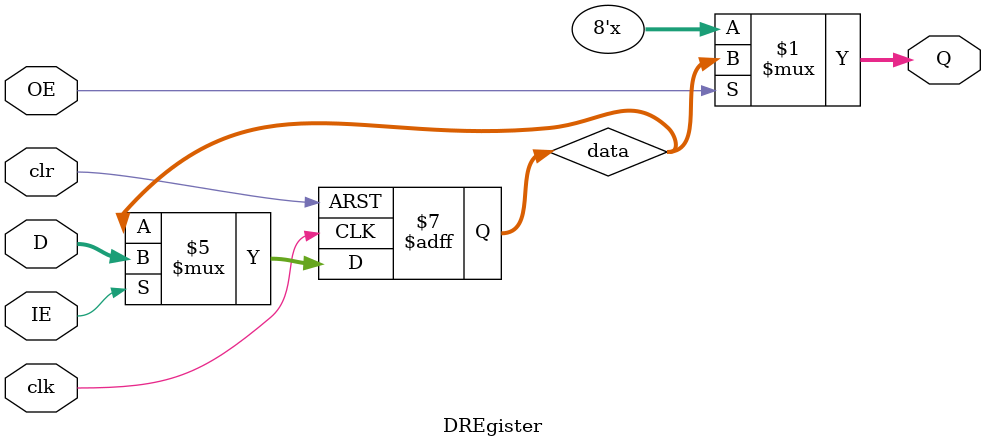
<source format=v>
module DREgister(D, IE, OE, clk, clr, Q);
	input [7:0] D;
	output [7:0] Q;
	input IE, OE;
	input clk, clr;
	
	reg [7:0] data = 0;
	
	assign Q = (OE) ? data : 8'bz;
	
	always @(posedge clk, negedge clr) begin
		if (!clr) 
			data <= 0;
		else begin
			if (IE) data <= D;
		end
	end
	
endmodule
</source>
